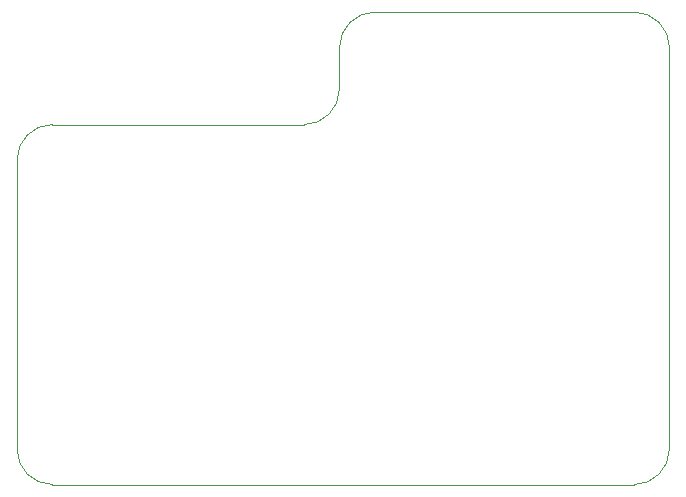
<source format=gbr>
%TF.GenerationSoftware,KiCad,Pcbnew,9.0.0*%
%TF.CreationDate,2025-04-08T23:40:40+05:30*%
%TF.ProjectId,UWB-Xiao-Node,5557422d-5869-4616-9f2d-4e6f64652e6b,rev?*%
%TF.SameCoordinates,Original*%
%TF.FileFunction,Profile,NP*%
%FSLAX46Y46*%
G04 Gerber Fmt 4.6, Leading zero omitted, Abs format (unit mm)*
G04 Created by KiCad (PCBNEW 9.0.0) date 2025-04-08 23:40:40*
%MOMM*%
%LPD*%
G01*
G04 APERTURE LIST*
%TA.AperFunction,Profile*%
%ADD10C,0.100000*%
%TD*%
G04 APERTURE END LIST*
D10*
X123365000Y-53975000D02*
G75*
G02*
X126365000Y-56975000I0J-3000000D01*
G01*
X101425000Y-53975000D02*
X123365000Y-53975000D01*
X126365000Y-56975000D02*
X126365000Y-90980000D01*
X98425000Y-56975000D02*
G75*
G02*
X101425000Y-53975000I3000000J0D01*
G01*
X98425000Y-60500000D02*
G75*
G02*
X95425000Y-63500000I-3000000J0D01*
G01*
X71120000Y-66500000D02*
G75*
G02*
X74120000Y-63500000I3000000J0D01*
G01*
X74120000Y-93980000D02*
G75*
G02*
X71120000Y-90980000I0J3000000D01*
G01*
X126365000Y-90980000D02*
G75*
G02*
X123365000Y-93980000I-3000000J0D01*
G01*
X71120000Y-90980000D02*
X71120000Y-66500000D01*
X123365000Y-93980000D02*
X74120000Y-93980000D01*
X74120000Y-63500000D02*
X95425000Y-63500000D01*
X98425000Y-60500000D02*
X98425000Y-56975000D01*
M02*

</source>
